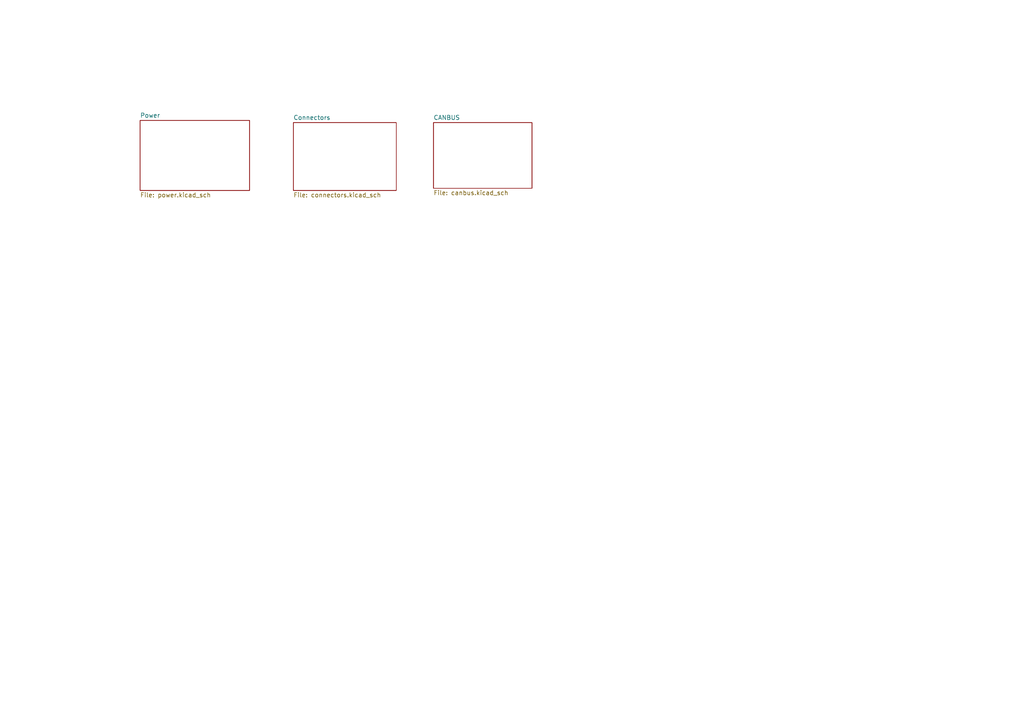
<source format=kicad_sch>
(kicad_sch
	(version 20231120)
	(generator "eeschema")
	(generator_version "8.0")
	(uuid "2f738f95-7f2b-4813-a331-56ad71127112")
	(paper "A4")
	(lib_symbols)
	(sheet
		(at 125.73 35.56)
		(size 28.575 19.05)
		(fields_autoplaced yes)
		(stroke
			(width 0.1524)
			(type solid)
		)
		(fill
			(color 0 0 0 0.0000)
		)
		(uuid "301f3460-9389-4add-9149-6cba347f6241")
		(property "Sheetname" "CANBUS"
			(at 125.73 34.8484 0)
			(effects
				(font
					(size 1.27 1.27)
				)
				(justify left bottom)
			)
		)
		(property "Sheetfile" "canbus.kicad_sch"
			(at 125.73 55.1946 0)
			(effects
				(font
					(size 1.27 1.27)
				)
				(justify left top)
			)
		)
		(instances
			(project "Modus"
				(path "/2f738f95-7f2b-4813-a331-56ad71127112"
					(page "4")
				)
			)
		)
	)
	(sheet
		(at 40.64 34.925)
		(size 31.75 20.32)
		(fields_autoplaced yes)
		(stroke
			(width 0.1524)
			(type solid)
		)
		(fill
			(color 0 0 0 0.0000)
		)
		(uuid "a900448e-eb0c-44bf-8dc5-fa265431f16c")
		(property "Sheetname" "Power"
			(at 40.64 34.2134 0)
			(effects
				(font
					(size 1.27 1.27)
				)
				(justify left bottom)
			)
		)
		(property "Sheetfile" "power.kicad_sch"
			(at 40.64 55.8296 0)
			(effects
				(font
					(size 1.27 1.27)
				)
				(justify left top)
			)
		)
		(instances
			(project "Modus"
				(path "/2f738f95-7f2b-4813-a331-56ad71127112"
					(page "2")
				)
			)
		)
	)
	(sheet
		(at 85.09 35.56)
		(size 29.845 19.685)
		(fields_autoplaced yes)
		(stroke
			(width 0.1524)
			(type solid)
		)
		(fill
			(color 0 0 0 0.0000)
		)
		(uuid "e8363eac-708e-4b18-9718-19e3076f127a")
		(property "Sheetname" "Connectors"
			(at 85.09 34.8484 0)
			(effects
				(font
					(size 1.27 1.27)
				)
				(justify left bottom)
			)
		)
		(property "Sheetfile" "connectors.kicad_sch"
			(at 85.09 55.8296 0)
			(effects
				(font
					(size 1.27 1.27)
				)
				(justify left top)
			)
		)
		(instances
			(project "Modus"
				(path "/2f738f95-7f2b-4813-a331-56ad71127112"
					(page "3")
				)
			)
		)
	)
	(sheet_instances
		(path "/"
			(page "1")
		)
	)
)

</source>
